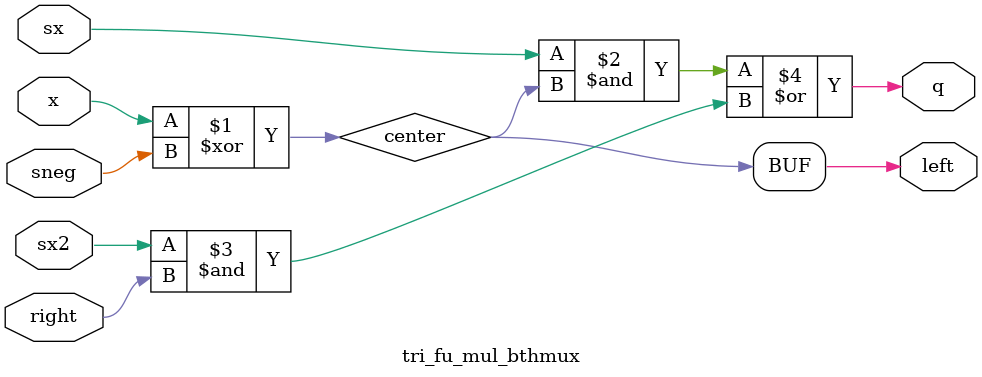
<source format=v>

`timescale 1 ns / 1 ns


`include "tri_a2o.vh"

module tri_fu_mul_bthmux(
   x,
   sneg,
   sx,
   sx2,
   right,
   left,
   q
);
   input   x;
   input   sneg;		// do not flip the input (add)
   input   sx;		// shift by 1
   input   sx2;		// shift by 2
   input   right;		// bit from the right (lsb)
   output  left;		// bit from the left
   output  q;		// final output

   wire    center;
   wire    q_b;

   assign center = x ^ sneg;

   assign left = center;		//output-- rename, no gate

   assign q_b = (~((sx & center) | (sx2 & right)));

   assign q = (~q_b);		// output--

endmodule

</source>
